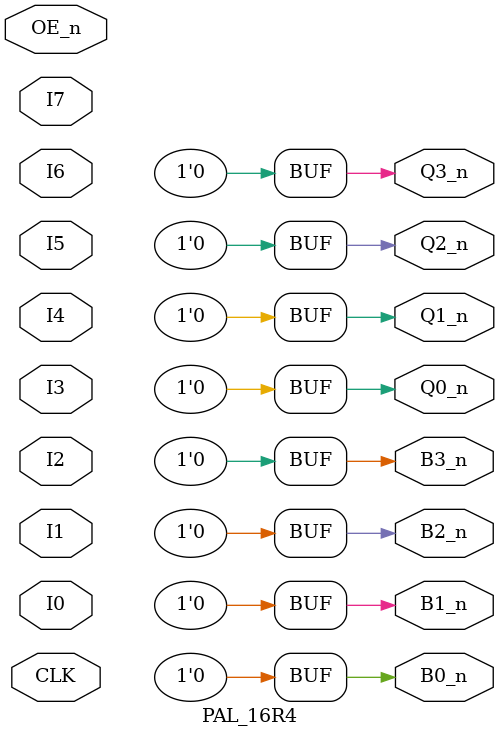
<source format=v>
module PAL_16R4(	// file.cleaned.mlir:2:3
  input  CLK,	// file.cleaned.mlir:2:26
         OE_n,	// file.cleaned.mlir:2:40
         I0,	// file.cleaned.mlir:2:55
         I1,	// file.cleaned.mlir:2:68
         I2,	// file.cleaned.mlir:2:81
         I3,	// file.cleaned.mlir:2:94
         I4,	// file.cleaned.mlir:2:107
         I5,	// file.cleaned.mlir:2:120
         I6,	// file.cleaned.mlir:2:133
         I7,	// file.cleaned.mlir:2:146
  output Q0_n,	// file.cleaned.mlir:2:160
         Q1_n,	// file.cleaned.mlir:2:175
         Q2_n,	// file.cleaned.mlir:2:190
         Q3_n,	// file.cleaned.mlir:2:205
         B0_n,	// file.cleaned.mlir:2:220
         B1_n,	// file.cleaned.mlir:2:235
         B2_n,	// file.cleaned.mlir:2:250
         B3_n	// file.cleaned.mlir:2:265
);

  assign Q0_n = 1'h0;	// file.cleaned.mlir:3:14, :4:5
  assign Q1_n = 1'h0;	// file.cleaned.mlir:3:14, :4:5
  assign Q2_n = 1'h0;	// file.cleaned.mlir:3:14, :4:5
  assign Q3_n = 1'h0;	// file.cleaned.mlir:3:14, :4:5
  assign B0_n = 1'h0;	// file.cleaned.mlir:3:14, :4:5
  assign B1_n = 1'h0;	// file.cleaned.mlir:3:14, :4:5
  assign B2_n = 1'h0;	// file.cleaned.mlir:3:14, :4:5
  assign B3_n = 1'h0;	// file.cleaned.mlir:3:14, :4:5
endmodule


</source>
